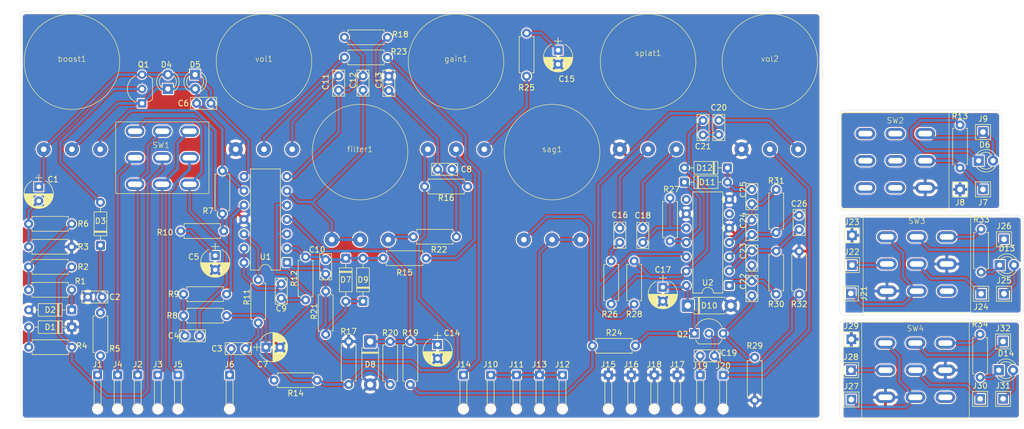
<source format=kicad_pcb>
(kicad_pcb (version 20241229) (generator "pcbnew") (generator_version "9.0")
  (layers (0 "F.Cu" signal) (2 "B.Cu" signal) (13 "F.Paste" user) (15 "B.Paste" user) (5 "F.SilkS" user "F.Silkscreen") (7 "B.SilkS" user "B.Silkscreen") (1 "F.Mask" user) (3 "B.Mask" user) (25 "Edge.Cuts" user))
  (net 0 "")
  (net 1 "/v1")
  (net 2 "/v2")
  (net 3 "/vref")
  (net 4 "Net-(D3-K)")
  (net 5 "Net-(D3-A)")
  (net 6 "Net-(D4-K)")
  (net 7 "Net-(D4-A)")
  (net 8 "Net-(D6-K)")
  (net 9 "Net-(R10-Pad2)")
  (net 10 "Net-(C1-Pad2)")
  (net 11 "Net-(J6-Pin_1)")
  (net 12 "Net-(C11-Pad2)")
  (net 13 "Net-(C4-Pad2)")
  (net 14 "Net-(C16-Pad2)")
  (net 15 "Net-(C5-Pad1)")
  (net 16 "Net-(C13-Pad2)")
  (net 17 "Net-(D7-K)")
  (net 18 "Net-(D7-A)")
  (net 19 "Net-(C9-Pad1)")
  (net 20 "Net-(C8-Pad2)")
  (net 21 "Net-(U1D--)")
  (net 22 "Net-(U1B--)")
  (net 23 "Net-(C15-Pad1)")
  (net 24 "Net-(C16-Pad1)")
  (net 25 "Net-(C18-Pad1)")
  (net 26 "Net-(C18-Pad2)")
  (net 27 "Net-(Q2-G)")
  (net 28 "Net-(C20-Pad2)")
  (net 29 "Net-(C20-Pad1)")
  (net 30 "Net-(C22-Pad2)")
  (net 31 "Net-(Q2-S)")
  (net 32 "Net-(C23-Pad2)")
  (net 33 "Net-(D11-A)")
  (net 34 "Net-(C24-Pad1)")
  (net 35 "Net-(D1-A)")
  (net 36 "Net-(D2-K)")
  (net 37 "Net-(D6-A)")
  (net 38 "/filterOut")
  (net 39 "/gainOut")
  (net 40 "Net-(J7-Pin_1)")
  (net 41 "Net-(D11-K)")
  (net 42 "Net-(R22-Pad2)")
  (net 43 "Net-(D13-K)")
  (net 44 "Net-(R25-Pad1)")
  (net 45 "Net-(R15-Pad2)")
  (net 46 "Net-(D14-K)")
  (net 47 "Net-(J1-Pin_1)")
  (net 48 "Net-(J20-Pin_1)")
  (net 49 "Net-(J22-Pin_1)")
  (net 50 "Net-(J26-Pin_1)")
  (net 51 "Net-(J14-Pin_1)")
  (net 52 "Net-(J27-Pin_1)")
  (net 53 "Net-(J28-Pin_1)")
  (net 54 "Net-(J32-Pin_1)")
  (net 55 "Net-(J19-Pin_1)")
  (net 56 "Net-(D12-A)")
  (net 57 "Net-(D13-A)")
  (net 58 "Net-(D14-A)")
  (net 59 "Net-(J24-Pin_1)")
  (net 60 "Net-(U1C-+)")
  (net 61 "/sg3")
  (net 62 "/sg2")
  (net 63 "/sg1")
  (net 64 "GND")
  (net 65 "Net-(U1D-+)")
  (net 66 "Net-(R19-Pad1)")
  (net 67 "Net-(R23-Pad2)")
  (net 68 "Net-(R33-Pad1)")
  (net 69 "Net-(R34-Pad1)")
  (net 71 "Net-(C3-Pad2)")
  (net 72 "Net-(C24-Pad2)")
  (net 73 "/b_rtn")
  (net 74 "/fx_out")
  (net 75 "/d_rtn")
  (net 76 "/b_snd")
  (net 77 "/d_snd")
  (net 78 "/fx_in")
  (net 82 "/9v")
  (net 83 "/from-drv-sw")
  (net 84 "/to-oct-sw")
  (net 85 "Net-(R1-Pad1)")
  (footprint "1_trevortjes_lib:R_1x4" (layer "F.Cu") (at 129.809 35.56 180)
    (property "Reference" "R23")
    (property "Value" "100")
  )
  (footprint "1_trevortjes_lib:CP_ELCO_1x2_S" (layer "F.Cu") (at 160.02 34.29 -90)
    (property "Reference" "C15")
    (property "Value" "100u")
  )
  (footprint "Connector_Wire:SolderWire-0.1sqmm_1x01_D0.4mm_OD1mm_Relief" (layer "F.Cu") (at 101.854 91.79)
    (property "Reference" "J6")
    (property "Value" "i1b")
  )
  (footprint "Connector_Wire:SolderWire-0.1sqmm_1x01_D0.4mm_OD1mm_Relief" (layer "F.Cu") (at 89.154 91.79)
    (property "Reference" "J3")
    (property "Value" "out")
  )
  (footprint "Package_DIP:DIP-14_W7.62mm" (layer "F.Cu") (at 190.33 75.943 180)
    (property "Reference" "U2")
    (property "Value" "4069")
  )
  (footprint "1_trevortjes_lib:C_CERAMIC_1x2" (layer "F.Cu") (at 194.31 72.35 90)
    (property "Reference" "C23")
    (property "Value" "1n")
  )
  (footprint "1_trevortjes_lib:TO-92_W" (layer "F.Cu") (at 184.15 84.431)
    (property "Reference" "Q2")
    (property "Value" "J201")
  )
  (footprint "1_trevortjes_lib:R_1x4" (layer "F.Cu") (at 129.032 71.105)
    (property "Reference" "R15")
    (property "Value" "39k")
  )
  (footprint "1_trevortjes_lib:PAD_1_std_sqr" (layer "F.Cu") (at 211.87 90.932)
    (property "Reference" "J28")
    (property "Value" "i1s")
  )
  (footprint "1_trevortjes_lib:R_1x4" (layer "F.Cu") (at 202.692 77.485 90)
    (property "Reference" "R32")
    (property "Value" "1M")
  )
  (footprint "1_trevortjes_lib:C_CERAMIC_1x2" (layer "F.Cu") (at 121.158 41.362 90)
    (property "Reference" "C11")
    (property "Value" "100n")
  )
  (footprint "1_trevortjes_lib:R_1x4" (layer "F.Cu") (at 129.809 32.004 180)
    (property "Reference" "R18")
    (property "Value" "27k")
  )
  (footprint "1_trevortjes_lib:R_1x4" (layer "F.Cu") (at 231.174 55.133 90)
    (property "Reference" "R13")
    (property "Value" "1k")
  )
  (footprint "1_trevortjes_lib:PAD_1_std_sqr" (layer "F.Cu") (at 235.238 58.928 180)
    (property "Reference" "J7")
    (property "Value" "bs")
  )
  (footprint "Connector_Wire:SolderWire-0.1sqmm_1x01_D0.4mm_OD1mm_Relief" (layer "F.Cu") (at 156.718 91.79)
    (property "Reference" "J13")
    (property "Value" "9v")
  )
  (footprint "1_mylib-footprint:3pdt" (layer "F.Cu") (at 223.52 72.136)
    (property "Reference" "SW3")
    (property "Value" "Alpha_3PDT")
  )
  (footprint "1_trevortjes_lib:TO-92_W" (layer "F.Cu") (at 86.36 43.688 90)
    (property "Reference" "Q1")
    (property "Value" "J113")
  )
  (footprint "1_trevortjes_lib:CP_ELCO_1x2_S" (layer "F.Cu") (at 138.684 86.4 -90)
    (property "Reference" "C14")
    (property "Value" "100u")
  )
  (footprint "Diode_THT:D_DO-35_SOD27_P7.62mm_Horizontal" (layer "F.Cu") (at 78.994 68.834 90)
    (property "Reference" "D3")
    (property "Value" "1N4148")
  )
  (footprint "Diode_THT:D_DO-35_SOD27_P7.62mm_Horizontal" (layer "F.Cu") (at 122.428 71.12 -90)
    (property "Reference" "D7")
    (property "Value" "1N4148")
  )
  (footprint "Diode_THT:D_DO-35_SOD27_P7.62mm_Horizontal" (layer "F.Cu") (at 125.476 78.74 90)
    (property "Reference" "D9")
    (property "Value" "1N4148")
  )
  (footprint "1_trevortjes_lib:R_1x4" (layer "F.Cu") (at 198.628 66.575 90)
    (property "Reference" "R31")
    (property "Value" "1M")
  )
  (footprint "1_trevortjes_lib:C_CERAMIC_1x2" (layer "F.Cu") (at 175.006 68.326 90)
    (property "Reference" "C18")
    (property "Value" "100n")
  )
  (footprint "1_trevortjes_lib:C_CERAMIC_1x2" (layer "F.Cu") (at 202.692 66.04 90)
    (property "Reference" "C26")
    (property "Value" "100n")
  )
  (footprint "1_trevortjes_lib:R_1x4" (layer "F.Cu") (at 136.383 58.42)
    (property "Reference" "R16")
    (property "Value" "10k")
  )
  (footprint "1_trevortjes_lib:PAD_1_std_sqr" (layer "F.Cu") (at 234.73 96.012)
    (property "Reference" "J30")
    (property "Value" "o1")
  )
  (footprint "1_trevortjes_lib:R_1x4" (layer "F.Cu") (at 106.934 82.55 90)
    (property "Reference" "R11")
    (property "Value" "100")
  )
  (footprint "Diode_THT:D_DO-35_SOD27_P7.62mm_Horizontal" (layer "F.Cu") (at 189.992 55.115 180)
    (property "Reference" "D12")
    (property "Value" "1N4148")
  )
  (footprint "Diode_THT:D_DO-35_SOD27_P7.62mm_Horizontal" (layer "F.Cu") (at 73.914 80.264 180)
    (property "Reference" "D2")
    (property "Value" "1N4148")
  )
  (footprint "1_trevortjes_lib:R_1x4" (layer "F.Cu") (at 133.858 93.472 90)
    (property "Reference" "R19")
    (property "Value" "100")
  )
  (footprint "1_trevortjes_lib:PAD_1_std_sqr" (layer "F.Cu") (at 212.033789 67.056)
    (property "Reference" "J23")
    (property "Value" "gnd")
  )
  (footprint "1_trevortjes_lib:C_CERAMIC_1x2" (layer "F.Cu") (at 185.674 46.736 -90)
    (property "Reference" "C21")
    (property "Value" "100p")
  )
  (footprint "1_trevortjes_lib:C_CERAMIC_1x2" (layer "F.Cu") (at 194.31 66.919 90)
    (property "Reference" "C24")
    (property "Value" "470p")
  )
  (footprint "1_trevortjes_lib:C_CERAMIC_1x2" (layer "F.Cu") (at 102.148 87.122)
    (property "Reference" "C3")
    (property "Value" "10n")
  )
  (footprint "1_mylib-footprint:pot-16mm-short-leg" (layer "F.Cu") (at 73.95 36.322)
    (property "Reference" "boost1")
    (property "Value" "c50k")
  )
  (footprint "1_trevortjes_lib:R_1x4" (layer "F.Cu") (at 142.001 67.31 180)
    (property "Reference" "R22")
    (property "Value" "1k")
  )
  (footprint "1_trevortjes_lib:R_1x4" (layer "F.Cu") (at 93.203 66.294)
    (property "Reference" "R10")
    (property "Value" "1k")
  )
  (footprint "Connector_Wire:SolderWire-0.1sqmm_1x01_D0.4mm_OD1mm_Relief" (layer "F.Cu") (at 189.23 91.79)
    (property "Reference" "J20")
    (property "Value" "o2b")
  )
  (footprint "1_trevortjes_lib:C_CERAMIC_1x2" (layer "F.Cu") (at 188.468 49.236 90)
    (property "Reference" "C20")
    (property "Value" "100n")
  )
  (footprint "1_trevortjes_lib:LED_3.0mm" (layer "F.Cu") (at 234.471 53.848)
    (property "Reference" "D6")
    (property "Value" "LED")
  )
  (footprint "Connector_Wire:SolderWire-0.1sqmm_1x01_D0.4mm_OD1mm_Relief" (layer "F.Cu") (at 160.782 91.79)
    (property "Reference" "J12")
    (property "Value" "9v")
  )
  (footprint "1_trevortjes_lib:CP_ELCO_1x2_S" (layer "F.Cu") (at 178.562 76.24 -90)
    (property "Reference" "C17")
    (property "Value" "100u")
  )
  (footprint "1_mylib-footprint:pot-16mm-short-leg" (layer "F.Cu") (at 124.95 52.322)
    (property "Reference" "filter1")
    (property "Value" "c50k")
  )
  (footprint "1_trevortjes_lib:R_1x4" (layer "F.Cu") (at 115.316 78.501 90)
    (property "Reference" "R12")
    (property "Value" "10k")
  )
  (footprint "1_trevortjes_lib:R_1x4" (layer "F.Cu") (at 154.432 38.877 90)
    (property "Reference" "R25")
    (property "Value" "10k")
  )
  (footprint "1_trevortjes_lib:R_1x4" (layer "F.Cu") (at 100.584 63.261 90)
    (property "Reference" "R7")
    (property "Value" "1k")
  )
  (footprint "Connector_Wire:SolderWire-0.1sqmm_1x01_D0.4mm_OD1mm_Relief" (layer "F.Cu") (at 172.974 91.79)
    (property "Reference" "J16")
    (property "Value" "gnd")
  )
  (footprint "1_trevortjes_lib:PAD_1_std_sqr" (layer "F.Cu") (at 211.9245 85.459)
    (property "Reference" "J29")
    (property "Value" "gnd")
  )
  (footprint "Connector_Wire:SolderWire-0.1sqmm_1x01_D0.4mm_OD1mm_Relief" (layer "F.Cu") (at 177.038 91.79)
    (property "Reference" "J18")
    (property "Value" "gnd")
  )
  (footprint "1_mylib-footprint:3pdt" (layer "F.Cu") (at 219.71 53.848 180)
    (property "Reference" "SW2")
    (property "Value" "Alpha_3PDT")
  )
  (footprint "1_trevortjes_lib:LED_3.0mm" (layer "F.Cu") (at 238.190789 72.325789)
    (property "Reference" "D13")
    (property "Value" "LED")
  )
  (footprint "Connector_Wire:SolderWire-0.1sqmm_1x01_D0.4mm_OD1mm_Relief" (layer "F.Cu") (at 181.102 91.79)
    (property "Reference" "J17")
    (property "Value" "gnd")
  )
  (footprint "1_trevortjes_lib:R_1x4" (layer "F.Cu") (at 93.711 77.47)
    (property "Reference" "R9")
    (property "Value" "100")
  )
  (footprint "1_mylib-footprint:3pdt" (layer "F.Cu") (at 223.266 90.932)
    (property "Reference" "SW4")
    (property "Value" "Alpha_3PDT")
  )
  (footprint "Connector_Wire:SolderWire-0.1sqmm_1x01_D0.4mm_OD1mm_Relief" (layer "F.Cu") (at 82.042 91.79)
    (property "Reference" "J4")
    (property "Value" "in")
  )
  (footprint "Connector_Wire:SolderWire-0.1sqmm_1x01_D0.4mm_OD1mm_Relief" (layer "F.Cu") (at 85.598 91.79)
    (property "Reference" "J2")
    (property "Value" "do_snd")
  )
  (footprint "1_trevortjes_lib:R_1x4" (layer "F.Cu") (at 73.929 86.868 180)
    (property "Reference" "R4")
    (property "Value" "1k")
  )
  (footprint "1_trevortjes_lib:PAD_1_std_sqr" (layer "F.Cu") (at 234.893789 77.405789 180)
    (property "Reference" "J24")
    (property "Value" "o2")
  )
  (footprint "Connector_Wire:SolderWire-0.1sqmm_1x01_D0.4mm_OD1mm_Relief" (layer "F.Cu") (at 152.654 91.79)
    (property "Reference" "J11")
    (property "Value" "9v")
  )
  (footprint "1_trevortjes_lib:R_1x4" (layer "F.Cu") (at 130.302 85.852 -90)
    (property "Reference" "R20")
    (property "Value" "10k")
  )
  (footprint "1_trevortjes_lib:R_1x4" (layer "F.Cu") (at 169.418 71.613 -90)
    (property "Reference" "R26")
    (property "Value" "10k")
  )
  (footprint "Diode_THT:D_DO-35_SOD27_P7.62mm_Horizontal" (layer "F.Cu") (at 73.914 83.312 180)
    (property "Reference" "D1")
    (property "Value" "1N4148")
  )
  (footprint "1_trevortjes_lib:R_1x4" (layer "F.Cu") (at 66.279 65.024)
    (property "Reference" "R6")
    (property "Value" "1k")
  )
  (footprint "1_trevortjes_lib:C_CERAMIC_1x2" (layer "F.Cu") (at 118.872 71.374 -90)
    (property "Reference" "C10")
    (property "Value" "100p")
  )
  (footprint "1_trevortjes_lib:PAD_1_std_sqr" (layer "F.Cu") (at 238.794 85.852)
    (property "Reference" "J32")
    (property "Value" "o1s")
  )
  (footprint "1_mylib-footprint:pot-16mm-short-leg" (layer "F.Cu") (at 158.95 52.322)
    (property "Reference" "sag1")
    (property "Value" "10k")
  )
  (footprint "1_trevortjes_lib:LED_3.0mm" (layer "F.Cu") (at 238.027 90.932)
    (property "Reference" "D14")
    (property "Value" "LED")
  )
  (footprint "Diode_THT:D_DO-35_SOD27_P7.62mm_Horizontal" (layer "F.Cu") (at 182.372 57.655)
    (property "Reference" "D11")
    (property "Value" "1N4148")
  )
  (footprint "1_trevortjes_lib:LED_3.0mm" (layer "F.Cu") (at 95.758 38.603 -90)
    (property "Reference" "D5")
    (property "Value" "LED")
  )
  (footprint "Connector_Wire:SolderWire-0.1sqmm_1x01_D0.4mm_OD1mm_Relief" (layer "F.Cu") (at 168.91 91.79)
    (property "Reference" "J15")
    (property "Value" "gnd")
  )
  (footprint "Diode_THT:D_DO-41_SOD81_P7.62mm_Horizontal" (layer "F.Cu") (at 126.746 85.852 -90)
    (property "Reference" "D8")
    (property "Value" "1N4001")
  )
  (footprint "Connector_Wire:SolderWire-0.1sqmm_1x01_D0.4mm_OD1mm_Relief" (layer "F.Cu") (at 78.486 91.79)
    (property "Reference" "J1")
    (property "Value" "bs")
  )
  (footprint "1_trevortjes_lib:R_1x4" (layer "F.Cu") (at 118.872 84.597 90)
    (property "Reference" "R21")
    (property "Value" "10k")
  )
  (footprint "1_trevortjes_lib:R_1x4" (layer "F.Cu") (at 173.482 71.613 -90)
    (property "Reference" "R28")
    (property "Value" "51k")
  )
  (footprint "1_trevortjes_lib:R_1x4" (layer "F.Cu") (at 66.279 72.644)
    (property "Reference" "R2")
    (property "Value" "1k")
  )
  (footprint "1_trevortjes_lib:R_1x4" (layer "F.Cu") (at 179.832 68.072 90)
    (property "Reference" "R27")
    (property "Value" "10k")
  )
  (footprint "1_trevortjes_lib:R_1x4" (layer "F.Cu") (at 93.711 81.28)
    (property "Reference" "R8")
    (property "Value" "1M")
  )
  (footprint "Connector_Wire:SolderWire-0.1sqmm_1x01_D0.4mm_OD1mm_Relief" (layer "F.Cu") (at 92.71 91.79)
    (property "Reference" "J5")
    (property "Value" "do_rtn")
  )
  (footprint "1_trevortjes_lib:PAD_1_std_sqr" (layer "F.Cu") (at 231.174 58.928 180)
    (property "Reference" "J8")
    (property "Value" "gnd")
  )
  (footprint "1_trevortjes_lib:PAD_1_std_sqr" (layer "F.Cu") (at 238.957789 67.753789)
    (property "Reference" "J26")
    (property "Value" "o2s")
  )
  (footprint "1_trevortjes_lib:R_1x4" (layer "F.Cu") (at 234.73 84.567 -90)
    (property "Reference" "R34")
    (property "Value" "1k")
  )
  (footprint "1_trevortjes_lib:C_CERAMIC_1x2" (layer "F.Cu") (at 110.998 78.192 90)
    (property "Reference" "C9")
    (property "Value" "100n")
  )
  (footprint "1_mylib-footprint:pot-16mm-short-leg" (layer "F.Cu") (at 197.502 36.322)
    (property "Reference" "vol2")
    (property "Value" "a10k")
  )
  (footprint "1_trevortjes_lib:C_CERAMIC_1x2" (layer "F.Cu") (at 96.52 84.836 180)
    (property "Reference" "C4")
    (property "Value" "10n")
  )
  (footprint "1_trevortjes_lib:R_1x4" (layer "F.Cu") (at 78.994 80.757 -90)
    (property "Reference" "R5")
    (property "Value" "100k")
  )
  (footprint "1_trevortjes_lib:CP_ELCO_1x2_S" (layer "F.Cu") (at 99.314 70.652 -90)
    (property "Reference" "C5")
    (property "Value" "1u")
  )
  (footprint "1_trevortjes_lib:C_CERAMIC_1x2" (layer "F.Cu") (at 130.048 38.902 -90)
    (property "Reference" "C13")
    (property "Value" "100n")
  )
  (footprint "1_trevortjes_lib:C_CERAMIC_1x2" (layer "F.Cu") (at 96.012 43.688)
    (property "Reference" "C6")
    (property "Value" "3.3n")
  )
  (footprint "1_trevortjes_lib:R_1x4" (layer "F.Cu") (at 122.936 93.472 90)
    (property "Reference" "R17")
    (property "Value" "10k")
  )
  (footprint "1_trevortjes_lib:CP_ELCO_1x2_S" (layer "F.Cu") (at 68.072 58.46 -90)
    (property "Reference" "C1")
    (property "Value" "1u")
  )
  (footprint "1_trevortjes_lib:C_CERAMIC_1x2" (layer "F.Cu") (at 138.684 55.372)
    (property "Reference" "C8")
    (property "Value" "100n")
  )
  (footprint "1_trevortjes_lib:R_1x4" (layer "F.Cu") (at 234.893789 65.960789 -90)
    (property "Reference" "R33")
    (property "Value" "1k")
  )
  (footprint "1_trevortjes_lib:R_1x4" (layer "F.Cu") (at 66.279 69.088)
    (property "Reference" "R3")
    (property "Value" "100k")
  )
  (footprint "Package_DIP:DIP-14_W7.62mm" (layer "F.Cu") (at 112.014 71.882 180)
    (property "Reference" "U1")
    (property "Value" "TL074")
  )
  (footprint "1_trevortjes_lib:C_CERAMIC_1x2" (layer "F.Cu") (at 170.942 65.786 -90)
    (property "Reference" "C16")
    (property "Value" "100n")
  )
  (footprint "1_trevortjes_lib:PAD_1_std_sqr" (layer "F.Cu") (at 238.957789 77.405789)
    (property "Reference" "J25")
    (property "Value" "9v")
  )
  (footprint "1_trevortjes_lib:C_CERAMIC_1x2" (layer "F.Cu") (at 194.31 77.724 90)
    (property "Reference" "C22")
    (property "Value" "100n")
  )
  (footprint "1_trevortjes_lib:C_CERAMIC_1x2" (layer "F.Cu") (at 76.748 77.978)
    (property "Reference" "C2")
    (property "Value" "3.3n")
  )
  (footprint "1_mylib-footprint:pot-16mm-short-leg" (layer "F.Cu") (at 107.95 36.322)
    (property "Reference" "vol1")
    (property "Value" "a10k")
  )
  (footprint "1_trevortjes_lib:C_CERAMIC_1x2" (layer "F.Cu") (at 125.476 41.362 90)
    (property "Reference" "C12")
    (property "Value" "470p")
  )
  (footprint "1_trevortjes_lib:R_1x4" (layer "F.Cu") (at 166.101 86.614)
    (property "Reference" "R24")
    (property "Value" "1k")
  )
  (footprint "1_mylib-footprint:pot-16mm-short-leg" (layer "F.Cu") (at 175.95 36.322)
    (property "Reference" "splat1")
    (property "Value" "a10k")
  )
  (footprint "Diode_THT:D_DO-41_SOD81_P7.62mm_Horizontal" (layer "F.Cu") (at 182.964 79.499)
    (property "Reference" "D10")
    (property "Value" "1N4001")
  )
  (footprint "1_trevortjes_lib:PAD_1_std_sqr" (layer "F.Cu") (at 212.033789 72.325789)
    (property "Reference" "J22")
    (property "Value" "i2s")
  )
  (footprint "1_trevortjes_lib:C_CERAMIC_1x2" (layer "F.Cu") (at 194.31 61.468 90)
    (property "Reference" "C25")
    (property "Value" "100n")
  )
  (footprint "1_trevortjes_lib:PAD_1_std_sqr" (layer "F.Cu") (at 211.836 77.343 -90)
    (property "Reference" "J21")
    (property "Value" "i2")
  )
  (footprint "Connector_Wire:SolderWire-0.1sqmm_1x01_D0.4mm_OD1mm_Relief" (layer "F.Cu") (at 143.256 91.79)
    (property "Reference" "J14")
    (property "Value" "o1b")
  )
  (footprint "Connector_Wire:SolderWire-0.1sqmm_1x01_D0.4mm_OD1mm_Relief" (layer "F.Cu") (at 148.082 91.79)
    (property "Reference" "J10")
    (property "Value" "9v")
  )
  (footprint "1_trevortjes_lib:CP_ELCO_1x2_S" (layer "F.Cu") (at 108.2875 86.868)
    (property "Reference" "C7")
    (property "Value" "100u")
  )
  (footprint "1_trevortjes_lib:PAD_1_std_sqr" (layer "F.Cu") (at 238.794 96.012)
    (property "Reference" "J31")
    (property "Value" "9v")
  )
  (footprint "1_trevortjes_lib:PAD_1_std_sqr" (layer "F.Cu") (at 211.9245 96.127)
    (property "Reference" "J27")
    (property "Value" "i1")
  )
  (footprint "1_trevortjes_lib:R_1x4" (layer "F.Cu") (at 66.279 76.708)
    (property "Reference" "R1")
    (property "Value" "1k")
  )
  (footprint "1_trevortjes_lib:PAD_1_std_sqr" (layer "F.Cu") (at 235.238 48.768)
    (property "Reference" "J9")
    (property "Value" "9v")
  )
  (footprint "1_trevortjes_lib:R_1x4" (layer "F.Cu") (at 198.628 77.482 90)
    (property "Reference" "R30")
    (property "Value" "100k")
  )
  (footprint "1_trevortjes_lib:R_1x4" (layer "F.Cu") (at 194.818 88.646 -90)
    (property "Reference" "R29")
    (property "Value" "10k")
  )
  (footprint "1_trevortjes_lib:LED_3.0mm" (layer "F.Cu") (at 90.932 41.143 90)
    (property "Reference" "D4")
    (property "Value" "LED")
  )
  (footprint "1_mylib-footprint:3pdt-toggle" (layer "F.Cu") (at 89.95 53.322)
    (property "Reference" "SW1")
    (property "Value" "3pdt")
  )
  (footprint "1_trevortjes_lib:R_1x4" (layer "F.Cu") (at 117.363 92.71 180)
    (property "Reference" "R14")
    (property "Value" "1M")
  )
  (footprint "1_trevortjes_lib:C_CERAMIC_1x2" (layer "F.Cu") (at 185.166 88.392)
    (property "Reference" "C19")
    (property "Value" "10n")
  )
  (footprint "1_mylib-footprint:pot-16mm-short-leg" (layer "F.Cu") (at 141.95 36.322)
    (property "Reference" "gain1")
    (property "Value" "c50k")
  )
  (footprint "Connector_Wire:SolderWire-0.1sqmm_1x01_D0.4mm_OD1mm_Relief" (layer "F.Cu") (at 185.166 91.79)
    (property "Reference" "J19")
    (property "Value" "i2b")
  )
  (gr_arc (start 209.852893 83.016) (mid 210.145786 82.308891) (end 210.852893 82.016) (stroke (width 0.05)) (layer "Edge.Cuts"))
  (gr_line (start 65.77 27.432) (end 205.756 27.432) (stroke (width 0.05)) (layer "Edge.Cuts"))
  (gr_line (start 209.886 80.228) (end 209.886 64.448) (stroke (width 0.05)) (layer "Edge.Cuts"))
  (gr_arc (start 238.588 61.712) (mid 238.295107 62.419107) (end 237.588 62.712) (stroke (width 0.05)) (layer "Edge.Cuts"))
  (gr_line (start 209.852893 98.796) (end 209.852893 83.016) (stroke (width 0.05)) (layer "Edge.Cuts"))
  (gr_arc (start 237.588 44.932) (mid 238.295107 45.224893) (end 238.588 45.932) (stroke (width 0.05)) (layer "Edge.Cuts"))
  (gr_line (start 206.756 28.432) (end 206.756 98.822) (stroke (width 0.05)) (layer "Edge.Cuts"))
  (gr_arc (start 209.886 64.448) (mid 210.178893 63.740893) (end 210.886 63.448) (stroke (width 0.05)) (layer "Edge.Cuts"))
  (gr_arc (start 210.852893 99.796) (mid 210.145791 99.503104) (end 209.852893 98.796) (stroke (width 0.05)) (layer "Edge.Cuts"))
  (gr_arc (start 241.398 63.448) (mid 242.105107 63.740893) (end 242.398 64.448) (stroke (width 0.05)) (layer "Edge.Cuts"))
  (gr_arc (start 205.756 27.432) (mid 206.463107 27.724893) (end 206.756 28.432) (stroke (width 0.05)) (layer "Edge.Cuts"))
  (gr_line (start 205.756 99.822) (end 65.77 99.822) (stroke (width 0.05)) (layer "Edge.Cuts"))
  (gr_arc (start 210.886 81.228) (mid 210.178893 80.935107) (end 209.886 80.228) (stroke (width 0.05)) (layer "Edge.Cuts"))
  (gr_line (start 237.588 62.712) (end 210.632 62.712) (stroke (width 0.05)) (layer "Edge.Cuts"))
  (gr_line (start 64.77 98.822) (end 64.77 28.432) (stroke (width 0.05)) (layer "Edge.Cuts"))
  (gr_line (start 241.398 81.228) (end 210.886 81.228) (stroke (width 0.05)) (layer "Edge.Cuts"))
  (gr_arc (start 210.632 62.712) (mid 209.924893 62.419107) (end 209.632 61.712) (stroke (width 0.05)) (layer "Edge.Cuts"))
  (gr_line (start 210.632 44.932) (end 237.588 44.932) (stroke (width 0.05)) (layer "Edge.Cuts"))
  (gr_arc (start 64.77 28.432) (mid 65.062893 27.724893) (end 65.77 27.432) (stroke (width 0.05)) (layer "Edge.Cuts"))
  (gr_line (start 242.398 64.448) (end 242.398 80.228) (stroke (width 0.05)) (layer "Edge.Cuts"))
  (gr_line (start 242.072 83.016) (end 242.072 98.796) (stroke (width 0.05)) (layer "Edge.Cuts"))
  (gr_line (start 210.852893 82.016) (end 241.072 82.016) (stroke (width 0.05)) (layer "Edge.Cuts"))
  (gr_arc (start 242.398 80.228) (mid 242.105107 80.935107) (end 241.398 81.228) (stroke (width 0.05)) (layer "Edge.Cuts"))
  (gr_line (start 238.588 45.932) (end 238.588 61.712) (stroke (width 0.05)) (layer "Edge.Cuts"))
  (gr_arc (start 241.072 82.016) (mid 241.779107 82.308893) (end 242.072 83.016) (stroke (width 0.05)) (layer "Edge.Cuts"))
  (gr_arc (start 65.77 99.822) (mid 65.062893 99.529107) (end 64.77 98.822) (stroke (width 0.05)) (layer "Edge.Cuts"))
  (gr_arc (start 242.072 98.796) (mid 241.779107 99.503107) (end 241.072 99.796) (stroke (width 0.05)) (layer "Edge.Cuts"))
  (gr_line (start 241.072 99.796) (end 210.852893 99.796) (stroke (width 0.05)) (layer "Edge.Cuts"))
  (gr_arc (start 209.632 45.932) (mid 209.924893 45.224893) (end 210.632 44.932) (stroke (width 0.05)) (layer "Edge.Cuts"))
  (gr_line (start 210.886 63.448) (end 241.398 63.448) (stroke (width 0.05)) (layer "Edge.Cuts"))
  (gr_arc (start 206.756 98.822) (mid 206.463107 99.529107) (end 205.756 99.822) (stroke (width 0.05)) (layer "Edge.Cuts"))
  (gr_line (start 209.632 61.712) (end 209.632 45.932) (stroke (width 0.05)) (layer "Edge.Cuts"))
  (segment (start 184.15 84.431) (end 175.904 84.431) (width 0.5) (layer "B.Cu") (net 1))
  (segment (start 182.413 76.24) (end 182.71 75.943) (width 0.5) (layer "B.Cu") (net 1))
  (segment (start 182.964 79.499) (end 182.964 76.197) (width 0.5) (layer "B.Cu") (net 1))
  (segment (start 175.904 84.431) (end 173.721 86.614) (width 0.5) (layer "B.Cu") (net 1))
  (segment (start 184.15 84.431) (end 184.15 80.685) (width 0.5) (layer "B.Cu") (net 1))
  (segment (start 178.562 76.24) (end 182.413 76.24) (width 0.5) (layer "B.Cu") (net 1))
  (segment (start 182.964 76.197) (end 182.71 75.943) (width 0.5) (layer "B.Cu") (net 1))
  (segment (start 184.15 80.685) (end 182.964 79.499) (width 0.5) (layer "B.Cu") (net 1))
  (segment (start 138.136 85.852) (end 138.684 86.4) (width 0.5) (layer "B.Cu") (net 2))
  (segment (start 130.302 85.852) (end 133.858 85.852) (width 0.5) (layer "B.Cu") (net 2))
  (segment (start 112.014 64.262) (end 113.03 64.262) (width 0.5) (layer "B.Cu") (net 2))
  (segment (start 118.622 69.854) (end 129.550182 69.854) (width 0.5) (layer "B.Cu") (net 2))
  (segment (start 133.858 85.852) (end 138.136 85.852) (width 0.5) (layer "B.Cu") (net 2))
  (segment (start 129.550182 69.854) (end 133.858 74.161818) (width 0.5) (layer "B.Cu") (net 2))
  (segment (start 133.858 74.161818) (end 133.858 85.852) (width 0.5) (layer "B.Cu") (net 2))
  (segment (start 113.03 64.262) (end 118.622 69.854) (width 0.5) (layer "B.Cu") (net 2))
  (segment (start 126.746 85.852) (end 130.302 85.852) (width 0.5) (layer "B.Cu") (net 2))
  (segment (start 125.73 90.678) (end 127.508 90.678) (width 0.5) (layer "B.Cu") (net 3))
  (segment (start 112.001818 73.647818) (end 115.604 77.25) (width 0.5) (layer "B.Cu") (net 3))
  (segment (start 122.936 93.472) (end 125.73 90.678) (width 0.5) (layer "B.Cu") (net 3))
  (segment (start 115.834182 77.25) (end 116.567 77.982818) (width 0.5) (layer "B.Cu") (net 3))
  (segment (start 117.856 92.71) (end 118.618 93.472) (width 0.5) (layer "B.Cu") (net 3))
  (segment (start 113.03 92.71) (end 117.363 92.71) (width 0.5) (layer "B.Cu") (net 3))
  (segment (start 108.718182 86.868) (end 108.2875 86.868) (width 0.5) (layer "B.Cu") (net 3))
  (segment (start 108.2875 86.868) (end 108.2875 87.9675) (width 0.5) (layer "B.Cu") (net 3))
  (segment (start 110.236 73.647818) (end 112.001818 73.647818) (width 0.5) (layer "B.Cu") (net 3))
  (segment (start 117.363 92.71) (end 117.856 92.71) (width 0.5) (layer "B.Cu") (net 3))
  (segment (start 127.508 90.678) (end 130.302 93.472) (width 0.5) (layer "B.Cu") (net 3))
  (segment (start 118.618 93.472) (end 122.936 93.472) (width 0.5) (layer "B.Cu") (net 3))
  (segment (start 115.604 77.25) (end 115.834182 77.25) (width 0.5) (layer "B.Cu") (net 3))
  (segment (start 107.433182 81.28) (end 108.2875 82.134318) (width 0.5) (layer "B.Cu") (net 3))
  (segment (start 116.567 77.982818) (end 116.567 79.019182) (width 0.5) (layer "B.Cu") (net 3))
  (segment (start 116.567 79.019182) (end 108.718182 86.868) (width 0.5) (layer "B.Cu") (net 3))
  (segment (start 112.014 61.722) (end 110.236 61.722) (width 0.5) (layer "B.Cu") (net 3))
  (segment (start 110.236 61.722) (end 110.236 66.548) (width 0.5) (layer "B.Cu") (net 3))
  (segment (start 108.2875 87.9675) (end 113.03 92.71) (width 0.5) (layer "B.Cu") (net 3))
  (segment (start 110.236 66.548) (end 110.236 66.802) (width 0.5) (layer "B.Cu") (net 3))
  (segment (start 108.2875 82.134318) (end 108.2875 86.868) (width 0.5) (layer "B.Cu") (net 3))
  (segment (start 101.331 81.28) (end 107.433182 81.28) (width 0.5) (layer "B.Cu") (net 3))
  (segment (start 112.014 66.802) (end 110.236 66.802) (width 0.5) (layer "B.Cu") (net 3))
  (segment (start 110.236 66.802) (end 110.236 73.647818) (width 0.5) (layer "B.Cu") (net 3))
  (segment (start 78.994 77.684) (end 79.288 77.978) (width 0.5) (layer "B.Cu") (net 4))
  (segment (start 78.994 68.834) (end 78.994 77.684) (width 0.5) (layer "B.Cu") (net 4))
  (segment (start 79.288 77.978) (end 79.288 80.463) (width 0.5) (layer "B.Cu") (net 4))
  (segment (start 79.288 80.463) (end 78.994 80.757) (width 0.5) (layer "B.Cu") (net 4))
  (segment (start 71.882 54.102) (end 78.994 61.214) (width 0.5) (layer "B.Cu") (net 5))
  (segment (start 86.36 41.148) (end 81.28 41.148) (width 0.5) (layer "B.Cu") (net 5))
  (segment (start 81.28 41.148) (end 71.882 50.546) (width 0.5) (layer "B.Cu") (net 5))
  (segment (start 71.882 50.546) (end 71.882 54.102) (width 0.5) (layer "B.Cu") (net 5))
  (segment (start 95.758 41.143) (end 90.932 41.143) (width 0.5) (layer "B.Cu") (net 6))
  (segment (start 100.584 55.641) (end 100.853 55.641) (width 0.5) (layer "B.Cu") (net 6))
  (segment (start 96.012 41.397) (end 95.758 41.143) (width 0.5) (layer "B.Cu") (net 6))
  (segment (start 96.012 43.688) (end 96.012 41.397) (width 0.5) (layer "B.Cu") (net 6))
  (segment (start 82.084 43.688) (end 73.95 51.822) (width 0.5) (layer "B.Cu") (net 6))
  (segment (start 90.932 41.143) (end 88.905 41.143) (width 0.5) (layer "B.Cu") (net 6))
  (segment (start 86.36 43.688) (end 82.084 43.688) (width 0.5) (layer "B.Cu") (net 6))
  (segment (start 100.584 55.641) (end 100.584 48.26) (width 0.5) (layer "B.Cu") (net 6))
  (segment (start 100.584 48.26) (end 96.012 43.688) (width 0.5) (layer "B.Cu") (net 6))
  (segment (start 88.905 41.143) (end 86.36 43.688) (width 0.5) (layer "B.Cu") (net 6))
  (segment (start 73.914 51.858) (end 73.95 51.822) (width 0.5) (layer "B.Cu") (net 6))
  (segment (start 100.853 55.641) (end 104.394 59.182) (width 0.5) (layer "B.Cu") (net 6))
  (segment (start 90.927 38.608) (end 90.932 38.603) (width 0.5) (layer "B.Cu") (net 7))
  (segment (start 105.193999 55.842001) (end 105.193999 50.329999) (width 0.5) (layer "B.Cu") (net 7))
  (segment (start 95.758 38.603) (end 98.552 41.397) (width 0.5) (layer "B.Cu") (net 7))
  (segment (start 98.552 41.397) (end 98.552 43.688) (width 0.5) (layer "B.Cu") (net 7))
  (segment (start 68.95 51.822) (end 82.164 38.608) (width 0.5) (layer "B.Cu") (net 7))
  (segment (start 104.394 56.642) (end 105.193999 55.842001) (width 0.5) (layer "B.Cu") (net 7))
  (segment (start 86.36 38.608) (end 90.927 38.608) (width 0.5) (layer "B.Cu") (net 7))
  (segment (start 82.164 38.608) (end 86.36 38.608) (width 0.5) (layer "B.Cu") (net 7))
  (segment (start 68.95 57.582) (end 68.072 58.46) (width 0.5) (layer "B.Cu") (net 7))
  (segment (start 68.95 51.822) (end 68.95 57.582) (width 0.5) (layer "B.Cu") (net 7))
  (segment (start 105.193999 50.329999) (end 98.552 43.688) (width 0.5) (layer "B.Cu") (net 7))
  (segment (start 90.932 38.603) (end 95.758 38.603) (width 0.5) (layer "B.Cu") (net 7))
  (segment (start 231.174 47.513) (end 230.374001 46.713001) (width 0.5) (layer "B.Cu") (net 8))
  (segment (start 222.559 49.752577) (end 224.953423 52.147) (width 0.5) (layer "B.Cu") (net 8))
  (segment (start 224.953423 52.147) (end 232.77 52.147) (width 0.5) (layer "B.Cu") (net 8))
  (segment (start 222.559 48.343423) (end 222.559 49.752577) (width 0.5) (layer "B.Cu") (net 8))
  (segment (start 232.77 52.147) (end 234.471 53.848) (width 0.5) (layer "B.Cu") (net 8))
  (segment (start 224.189422 46.713001) (end 222.559 48.343423) (width 0.5) (layer "B.Cu") (net 8))
  (segment (start 230.374001 46.713001) (end 224.189422 46.713001) (width 0.5) (layer "B.Cu") (net 8))
  (segment (start 100.584 63.261) (end 100.584 66.055) (width 0.5) (layer "B.Cu") (net 9))
  (segment (start 78.95 51.822) (end 78.95 50.336) (width 0.5) (layer "B.Cu") (net 9))
  (segment (start 99.333 48.533) (end 99.333 62.01) (width 0.5) (layer "B.Cu") (net 9))
  (segment (start 99.333 62.01) (end 100.584 63.261) (width 0.5) (layer "B.Cu") (net 9))
  (segment (start 100.584 66.055) (end 100.823 66.294) (width 0.5) (layer "B.Cu") (net 9))
  (segment (start 95.758 44.958) (end 99.333 48.533) (width 0.5) (layer "B.Cu") (net 9))
  (segment (start 84.328 44.958) (end 95.758 44.958) (width 0.5) (layer "B.Cu") (net 9))
  (segment (start 78.95 50.336) (end 84.328 44.958) (width 0.5) (layer "B.Cu") (net 9))
  (segment (start 66.279 65.024) (end 66.279 62.753) (width 0.5) (layer "B.Cu") (net 10))
  (segment (start 66.279 69.088) (end 66.279 65.024) (width 0.5) (layer "B.Cu") (net 10))
  (segment (start 66.279 62.753) (end 68.072 60.96) (width 0.5) (layer "B.Cu") (net 10))
  (segment (start 102.148 87.122) (end 102.148 91.496) (width 0.5) (layer "B.Cu") (net 11))
  (segment (start 102.148 91.496) (end 101.854 91.79) (width 0.5) (layer "B.Cu") (net 11))
  (segment (start 112.95 47.03) (end 121.158 38.822) (width 0.5) (layer "B.Cu") (net 12))
  (segment (start 112.95 51.822) (end 112.95 47.03) (width 0.5) (layer "B.Cu") (net 12))
  (segment (start 93.711 77.47) (end 93.711 81.28) (width 0.5) (layer "B.Cu") (net 13))
  (segment (start 93.711 81.28) (end 93.711 84.567) (width 0.5) (layer "B.Cu") (net 13))
  (segment (start 93.711 84.567) (end 93.98 84.836) (width 0.5) (layer "B.Cu") (net 13))
  (segment (start 169.418 69.85) (end 170.942 68.326) (width 0.5) (layer "B.Cu") (net 14))
  (segment (start 169.418 71.613) (end 169.418 69.85) (width 0.5) (layer "B.Cu") (net 14))
  (segment (start 93.203 66.294) (end 94.956 66.294) (width 0.5) (layer "B.Cu") (net 15))
  (segment (start 94.956 66.294) (end 99.314 70.652) (width 0.5) (layer "B.Cu") (net 15))
  (segment (start 129.809 32.004) (end 127.762 34.051) (width 0.5) (layer "B.Cu") (net 16))
  (segment (start 142.001 58.689) (end 138.684 55.372) (width 0.5) (layer "B.Cu") (net 16))
  (segment (start 130.048 41.442) (end 138.684 50.078) (width 0.5) (layer "B.Cu") (net 16))
  (segment (start 142.001 67.31) (end 142.001 58.689) (width 0.5) (layer "B.Cu") (net 16))
  (segment (start 129.326 41.442) (end 130.048 41.442) (width 0.5) (layer "B.Cu") (net 16))
  (segment (start 127.762 39.878) (end 129.326 41.442) (width 0.5) (layer "B.Cu") (net 16))
  (segment (start 138.684 50.078) (end 138.684 55.372) (width 0.5) (layer "B.Cu") (net 16))
  (segment (start 127.762 34.051) (end 127.762 39.878) (width 0.5) (layer "B.Cu") (net 16))
  (segment (start 112.014 69.342) (end 113.777 69.342) (width 0.5) (layer "B.Cu") (net 17))
  (segment (start 113.777 69.342) (end 115.316 70.881) (width 0.5) (layer "B.Cu") (net 17))
  (segment (start 115.316 70.881) (end 118.379 70.881) (width 0.5) (layer "B.Cu") (net 17))
  (segment (start 129.017 71.12) (end 129.032 71.105) (width 0.5) (layer "B.Cu") (net 17))
  (segment (start 118.872 71.374) (end 122.174 71.374) (width 0.5) (layer "B.Cu") (net 17))
  (segment (start 122.428 71.12) (end 125.476 71.12) (width 0.5) (layer "B.Cu") (net 17))
  (segment (start 125.476 71.12) (end 129.017 71.12) (width 0.5) (layer "B.Cu") (net 17))
  (segment (start 118.379 70.881) (end 118.872 71.374) (width 0.5) (layer "B.Cu") (net 17))
  (segment (start 122.174 71.374) (end 122.428 71.12) (width 0.5) (layer "B.Cu") (net 17))
  (segment (start 122.428 78.74) (end 125.476 78.74) (width 0.5) (layer "B.Cu") (net 18))
  (segment (start 118.872 83.82) (end 122.428 80.264) (width 0.5) (layer "B.Cu") (net 18))
  (segment (start 118.872 84.597) (end 118.872 83.82) (width 0.5) (layer "B.Cu") (net 18))
  (segment (start 122.428 80.264) (end 122.428 78.74) (width 0.5) (layer "B.Cu") (net 18))
  (segment (start 111.307 78.501) (end 110.998 78.192) (width 0.5) (layer "B.Cu") (net 19))
  (segment (start 115.316 78.501) (end 111.307 78.501) (width 0.5) (layer "B.Cu") (net 19))
  (segment (start 141.224 55.641) (end 144.003 58.42) (width 0.5) (layer "B.Cu") (net 20))
  (segment (start 141.224 55.372) (end 141.224 55.641) (width 0.5) (layer "B.Cu") (net 20))
  (segment (start 104.394 69.342) (end 104.394 71.882) (width 0.5) (layer "B.Cu") (net 21))
  (segment (start 106.686817 76.451999) (end 110.198001 76.451999) (width 0.5) (layer "B.Cu") (net 21))
  (segment (start 104.394 71.882) (end 104.394 74.159182) (width 0.5) (layer "B.Cu") (net 21))
  (segment (start 104.394 74.159182) (end 106.686817 76.451999) (width 0.5) (layer "B.Cu") (net 21))
  (segment (start 110.198001 76.451999) (end 110.998 75.652) (width 0.5) (layer "B.Cu") (net 21))
  (segment (start 116.632546 61.149) (end 116.332 61.149) (width 0.5) (layer "B.Cu") (net 22))
  (segment (start 119.95 67.822) (end 119.95 64.767) (width 0.5) (layer "B.Cu") (net 22))
  (segment (start 116.332 61.149) (end 113.981 61.149) (width 0.5) (layer "B.Cu") (net 22))
  (segment (start 119.95 64.767) (end 116.332 61.149) (width 0.5) (layer "B.Cu") (net 22))
  (segment (start 125.476 52.305546) (end 116.632546 61.149) (width 0.5) (layer "B.Cu") (net 22))
  (segment (start 125.476 41.362) (end 125.476 52.305546) (width 0.5) (layer "B.Cu") (net 22))
  (segment (start 113.981 61.149) (end 112.014 59.182) (width 0.5) (layer "B.Cu") (net 22))
  (segment (start 124.95 67.822) (end 119.95 67.822) (width 0.5) (layer "B.Cu") (net 22))
  (segment (start 156.987 31.257) (end 160.02 34.29) (width 0.5) (layer "B.Cu") (net 23))
  (segment (start 154.432 31.257) (end 156.987 31.257) (width 0.5) (layer "B.Cu") (net 23))
  (segment (start 170.942 56.83) (end 175.95 51.822) (width 0.5) (layer "B.Cu") (net 24))
  (segment (start 170.942 65.786) (end 170.942 56.83) (width 0.5) (layer "B.Cu") (net 24))
  (segment (start 179.832 65.529) (end 179.578 65.783) (width 0.5) (layer "B.Cu") (net 25))
  (segment (start 179.832 60.452) (end 179.832 65.529) (width 0.5) (layer "B.Cu") (net 25))
  (segment (start 175.006 68.326) (end 177.549 65.783) (width 0.5) (layer "B.Cu") (net 25))
  (segment (start 179.578 65.783) (end 182.71 65.783) (width 0.5) (layer "B.Cu") (net 25))
  (segment (start 177.549 65.783) (end 182.71 65.783) (width 0.5) (layer "B.Cu") (net 25))
  (segment (start 175.006 65.786) (end 175.006 57.766) (width 0.5) (layer "B.Cu") (net 26))
  (segment (start 175.006 57.766) (end 180.95 51.822) (width 0.5) (layer "B.Cu") (net 26))
  (segment (start 187.706 88.392) (end 187.706 85.447) (width 0.5) (layer "B.Cu") (net 27))
  (segment (start 187.706 85.447) (end 186.69 84.431) (width 0.5) (layer "B.Cu") (net 27))
  (segment (start 189.211 89.897) (end 195.336182 89.897) (width 0.5) (layer "B.Cu") (net 27))
  (segment (start 201.422 78.755) (end 202.692 77.485) (width 0.5) (layer "B.Cu") (net 27))
  (segment (start 187.706 88.392) (end 189.211 89.897) (width 0.5) (layer "B.Cu") (net 27))
  (segment (start 201.422 83.811182) (end 201.422 78.755) (width 0.5) (layer "B.Cu") (net 27))
  (segment (start 195.336182 89.897) (end 201.422 83.811182) (width 0.5) (layer "B.Cu") (net 27))
  (segment (start 188.468 46.696) (end 197.376 46.696) (width 0.5) (layer "B.Cu") (net 28))
  (segment (start 197.376 46.696) (end 202.502 51.822) (width 0.5) (layer "B.Cu") (net 28))
  (segment (start 167.132 58.166) (end 179.813 45.485) (width 0.5) (layer "B.Cu") (net 29))
  (segment (start 187.217 47.985) (end 188.468 49.236) (width 0.5) (layer "B.Cu") (net 29))
  (segment (start 182.71 70.863) (end 182.209 70.362) (width 0.5) (layer "B.Cu") (net 29))
  (segment (start 172.963818 70.362) (end 167.379818 75.946) (width 0.5) (layer "B.Cu") (net 29))
  (segment (start 173.482 79.233) (end 171.181 81.534) (width 0.5) (layer "B.Cu") (net 29))
  (segment (start 167.132 75.946) (end 167.132 75.177818) (width 0.5) (layer "B.Cu") (net 29))
  (segment (start 167.132 79.756) (end 167.132 75.177818) (width 0.5) (layer "B.Cu") (net 29))
  (segment (start 167.132 75.177818) (end 167.132 58.166) (width 0.5) (layer "B.Cu") (net 29))
  (segment (start 185.714 49.236) (end 185.674 49.276) (width 0.5) (layer "B.Cu") (net 29))
  (segment (start 171.181 81.534) (end 168.91 81.534) (width 0.5) (layer "B.Cu") (net 29))
  (segment (start 179.813 45.485) (end 186.192182 45.485) (width 0.5) (layer "B.Cu") (net 29))
  (segment (start 167.379818 75.946) (end 167.132 75.946) (width 0.5) (layer "B.Cu") (net 29))
  (segment (start 188.468 49.236) (end 185.714 49.236) (width 0.5) (layer "B.Cu") (net 29))
  (segment (start 182.209 70.362) (end 172.963818 70.362) (width 0.5) (layer "B.Cu") (net 29))
  (segment (start 168.91 81.534) (end 167.132 79.756) (width 0.5) (layer "B.Cu") (net 29))
  (segment (start 186.192182 45.485) (end 187.217 46.509818) (width 0.5) (layer "B.Cu") (net 29))
  (segment (start 187.217 46.509818) (end 187.217 47.985) (width 0.5) (layer "B.Cu") (net 29))
  (segment (start 194.31 75.184) (end 196.33 75.184) (width 0.5) (layer "B.Cu") (net 30))
  (segment (start 196.33 75.184) (end 198.628 77.482) (width 0.5) (layer "B.Cu") (net 30))
  (segment (start 194.31 75.184) (end 191.089 75.184) (width 0.5) (layer "B.Cu") (net 30))
  (segment (start 191.089 75.184) (end 190.33 75.943) (width 0.5) (layer "B.Cu") (net 30))
  (segment (start 194.31 75.184) (end 194.31 72.35) (width 0.5) (layer "B.Cu") (net 30))
  (segment (start 194.31 79.351) (end 189.23 84.431) (width 0.5) (layer "B.Cu") (net 31))
  (segment (start 193.445 88.646) (end 194.818 88.646) (width 0.5) (layer "B.Cu") (net 31))
  (segment (start 189.23 84.431) (end 193.445 88.646) (width 0.5) (layer "B.Cu") (net 31))
  (segment (start 194.31 77.724) (end 194.31 79.351) (width 0.5) (layer "B.Cu") (net 31))
  (segment (start 194.31 69.81) (end 198.576 69.81) (width 0.5) (layer "B.Cu") (net 32))
  (segment (start 202.45 66.04) (end 202.692 66.04) (width 0.5) (layer "B.Cu") (net 32))
  (segment (start 198.576 69.81) (end 198.628 69.862) (width 0.5) (layer "B.Cu") (net 32))
  (segment (start 198.628 69.862) (end 202.45 66.04) (width 0.5) (layer "B.Cu") (net 32))
  (segment (start 190.33 73.403) (end 193.923 69.81) (width 0.5) (layer "B.Cu") (net 32))
  (segment (start 193.923 69.81) (end 194.31 69.81) (width 0.5) (layer "B.Cu") (net 32))
  (segment (start 191.265 58.928) (end 189.992 57.655) (width 0.5) (layer "B.Cu") (net 33))
  (segment (start 194.31 58.928) (end 191.265 58.928) (width 0.5) (layer "B.Cu") (net 33))
  (segment (start 189.992 55.115) (end 189.992 57.655) (width 0.5) (layer "B.Cu") (net 33))
  (segment (start 194.31 66.919) (end 198.284 66.919) (width 0.5) (layer "B.Cu") (net 34))
  (segment (start 194.31 66.919) (end 194.274 66.919) (width 0.5) (layer "B.Cu") (net 34))
  (segment (start 201.703 63.5) (end 202.692 63.5) (width 0.5) (layer "B.Cu") (net 34))
  (segment (start 198.628 66.575) (end 201.703 63.5) (width 0.5) (layer "B.Cu") (net 34))
  (segment (start 198.284 66.919) (end 198.628 66.575) (width 0.5) (layer "B.Cu") (net 34))
  (segment (start 194.274 66.919) (end 190.33 70.863) (width 0.5) (layer "B.Cu") (net 34))
  (segment (start 66.294 83.312) (end 66.294 86.853) (width 0.5) (layer "B.Cu") (net 35))
  (segment (start 66.294 86.853) (end 66.309 86.868) (width 0.5) (layer "B.Cu") (net 35))
  (segment (start 73.899 76.708) (end 73.899 80.249) (width 0.5) (layer "B.Cu") (net 36))
  (segment (start 73.899 80.249) (end 73.914 80.264) (width 0.5) (layer "B.Cu") (net 36))
  (segment (start 237.011 50.541) (end 237.011 53.848) (width 0.5) (layer "B.Cu") (net 37))
  (segment (start 225.01 49.048) (end 225.746 49.784) (width 0.5) (layer "B.Cu") (net 37))
  (segment (start 225.746 49.784) (end 234.222 49.784) (width 0.5) (layer "B.Cu") (net 37))
  (segment (start 235.238 48.768) (end 237.011 50.541) (width 0.5) (layer "B.Cu") (net 37))
  (segment (start 234.222 49.784) (end 235.238 48.768) (width 0.5) (layer "B.Cu") (net 37))
  (segment (start 121.158 48.768) (end 121.158 41.362) (width 0.5) (layer "B.Cu") (net 38))
  (segment (start 122.189 32.004) (end 125.476 35.291) (width 0.5) (layer "B.Cu") (net 38))
  (segment (start 121.158 41.362) (end 122.936 41.362) (width 0.5) (layer "B.Cu") (net 38))
  (segment (start 112.014 56.642) (end 113.284 56.642) (width 0.5) (layer "B.Cu") (net 38))
  (segment (start 125.476 35.291) (end 125.476 38.822) (width 0.5) (layer "B.Cu") (net 38))
  (segment (start 113.284 56.642) (end 121.158 48.768) (width 0.5) (layer "B.Cu") (net 38))
  (segment (start 122.936 41.362) (end 125.476 38.822) (width 0.5) (layer "B.Cu") (net 38))
  (segment (start 112.014 71.882) (end 113.03 72.898) (width 0.5) (layer "B.Cu") (net 39))
  (segment (start 121.924 89.418182) (end 117.621 85.115182) (width 0.5) (layer "B.Cu") (net 39))
  (segment (start 117.621 85.115182) (end 117.621 84.078818) (width 0.5) (layer "B.Cu") (net 39))
  (segment (start 136.383 67.077182) (end 135.401 68.059182) (width 0.5) (layer "B.Cu") (net 39))
  (segment (start 134.122182 89.418182) (end 121.924 89.418182) (width 0.5) (layer "B.Cu") (net 39))
  (segment (start 136.383 52.389) (end 136.95 51.822) (width 0.5) (layer "B.Cu") (net 39))
  (segment (start 136.383 58.42) (end 136.383 52.389) (width 0.5) (layer "B.Cu") (net 39))
  (segment (start 135.636 90.932) (end 134.122182 89.418182) (width 0.5) (layer "B.Cu") (net 39))
  (segment (start 117.621 84.078818) (end 118.872 82.827818) (width 0.5) (layer "B.Cu") (net 39))
  (segment (start 118.872 73.914) (end 118.872 76.977) (width 0.5) (layer "B.Cu") (net 39))
  (segment (start 136.383 58.42) (end 136.383 67.077182) (width 0.5) (layer "B.Cu") (net 39))
  (segment (start 113.03 72.898) (end 117.856 72.898) (width 0.5) (layer "B.Cu") (net 39))
  (segment (start 117.856 72.898) (end 118.872 73.914) (width 0.5) (layer "B.Cu") (net 39))
  (segment (start 118.872 82.827818) (end 118.872 76.977) (width 0.5) (layer "B.Cu") (net 39))
  (segment (start 142.24 85.09) (end 142.24 89.154) (width 0.5) (layer "B.Cu") (net 39))
  (segment (start 135.401 68.059182) (end 135.401 78.251) (width 0.5) (layer "B.Cu") (net 39))
  (segment (start 140.462 90.932) (end 135.636 90.932) (width 0.5) (layer "B.Cu") (net 39))
  (segment (start 142.24 89.154) (end 140.462 90.932) (width 0.5) (layer "B.Cu") (net 39))
  (segment (start 135.401 78.251) (end 142.24 85.09) (width 0.5) (layer "B.Cu") (net 39))
  (segment (start 225.01 53.848) (end 229.889 53.848) (width 0.5) (layer "B.Cu") (net 40))
  (segment (start 231.443 55.133) (end 235.238 58.928) (width 0.5) (layer "B.Cu") (net 40))
  (segment (start 229.889 53.848) (end 231.174 55.133) (width 0.5) (layer "B.Cu") (net 40))
  (segment (start 231.174 55.133) (end 231.443 55.133) (width 0.5) (layer "B.Cu") (net 40))
  (segment (start 185.166 60.449) (end 182.372 57.655) (width 0.5) (layer "B.Cu") (net 41))
  (segment (start 182.71 68.323) (end 185.166 65.867) (width 0.5) (layer "B.Cu") (net 41))
  (segment (start 179.832 68.072) (end 182.459 68.072) (width 0.5) (layer "B.Cu") (net 41))
  (segment (start 185.166 65.867) (end 185.166 60.449) (width 0.5) (layer "B.Cu") (net 41))
  (segment (start 182.459 68.072) (end 182.71 68.323) (width 0.5) (layer "B.Cu") (net 41))
  (segment (start 134.381 67.31) (end 130.462 67.31) (width 0.5) (layer "B.Cu") (net 42))
  (segment (start 130.462 67.31) (end 129.95 67.822) (width 0.5) (layer "B.Cu") (net 42))
  (segment (start 234.893789 73.580789) (end 236.935789 73.580789) (width 0.5) (layer "B.Cu") (net 43))
  (segment (start 236.935789 73.580789) (end 238.190789 72.325789) (width 0.5) (layer "B.Cu") (net 43))
  (segment (start 146.95 51.822) (end 154.432 44.34) (width 0.5) (layer "B.Cu") (net 44))
  (segment (start 154.432 44.34) (end 154.432 38.877) (width 0.5) (layer "B.Cu") (net 44))
  (segment (start 145.288 56.134) (end 141.95 52.796) (width 0.5) (layer "B.Cu") (net 45))
  (segment (start 141.95 52.796) (end 141.95 51.822) (width 0.5) (layer "B.Cu") (net 45))
  (segment (start 142.001 71.105) (end 145.288 67.818) (width 0.5) (layer "B.Cu") (net 45))
  (segment (start 145.288 67.818) (end 145.288 56.134) (width 0.5) (layer "B.Cu") (net 45))
  (segment (start 136.652 71.105) (end 142.001 71.105) (width 0.5) (layer "B.Cu") (net 45))
  (segment (start 234.73 92.187) (end 236.772 92.187) (width 0.5) (layer "B.Cu") (net 46))
  (segment (start 236.772 92.187) (end 238.027 90.932) (width 0.5) (layer "B.Cu") (net 46))
  (segment (start 78.994 88.377) (end 78.994 91.282) (width 0.5) (layer "B.Cu") (net 47))
  (segment (start 78.994 91.282) (end 78.486 91.79) (width 0.5) (layer "B.Cu") (net 47))
  (segment (start 189.23 91.79) (end 196.5 91.79) (width 0.5) (layer "B.Cu") (net 48))
  (segment (start 204.47 83.82) (end 204.47 58.79) (width 0.5) (layer "B.Cu") (net 48))
  (segment (start 196.5 91.79) (end 204.47 83.82) (width 0.5) (layer "B.Cu") (net 48))
  (segment (start 204.47 58.79) (end 197.502 51.822) (width 0.5) (layer "B.Cu") (net 48))
  (segment (start 212.033789 72.325789) (end 218.030211 72.325789) (width 0.5) (layer "B.Cu") (net 49))
  (segment (start 218.030211 72.325789) (end 218.22 72.136) (width 0.5) (layer "B.Cu") (net 49))
  (segment (start 238.957789 67.753789) (end 237.115578 69.596) (width 0.5) (layer "B.Cu") (net 50))
  (segment (start 225.78 69.596) (end 223.52 67.336) (width 0.5) (layer "B.Cu") (net 50))
  (segment (start 237.115578 69.596) (end 225.78 69.596) (width 0.5) (layer "B.Cu") (net 50))
  (segment (start 143.651 49.402) (end 143.651 53.481) (width 0.5) (layer "B.Cu") (net 51))
  (segment (start 145.989 55.819) (end 145.989 89.057) (width 0.5) (layer "B.Cu") (net 51))
  (segment (start 129.809 35.56) (end 143.651 49.402) (width 0.5) (layer "B.Cu") (net 51))
  (segment (start 143.651 53.481) (end 145.989 55.819) (width 0.5) (layer "B.Cu") (net 51))
  (segment (start 145.989 89.057) (end 143.256 91.79) (width 0.5) (layer "B.Cu") (net 51))
  (segment (start 217.966 86.132) (end 220.417 88.583) (width 0.5) (layer "B.Cu") (net 52))
  (segment (start 220.417 92.883) (end 223.266 95.732) (width 0.5) (layer "B.Cu") (net 52))
  (segment (start 211.9245 96.127) (end 213.2305 97.433) (width 0.5) (layer "B.Cu") (net 52))
  (segment (start 213.2305 97.433) (end 221.565 97.433) (width 0.5) (layer "B.Cu") (net 52))
  (segment (start 220.417 88.583) (end 220.417 92.883) (width 0.5) (layer "B.Cu") (net 52))
  (segment (start 221.565 97.433) (end 223.266 95.732) (width 0.5) (layer "B.Cu") (net 52))
  (segment (start 217.966 90.932) (end 211.87 90.932) (width 0.5) (layer "B.Cu") (net 53))
  (segment (start 236.393 88.253) (end 225.387 88.253) (width 0.5) (layer "B.Cu") (net 54))
  (segment (start 238.794 85.852) (end 236.393 88.253) (width 0.5) (layer "B.Cu") (net 54))
  (segment (start 225.387 88.253) (end 223.266 86.132) (width 0.5) (layer "B.Cu") (net 54))
  (segment (start 185.166 88.392) (end 185.166 91.79) (width 0.5) (layer "B.Cu") (net 55))
  (segment (start 183.171999 54.315001) (end 183.171999 49.238001) (width 0.5) (layer "B.Cu") (net 56))
  (segment (start 169.418 79.233) (end 169.418 78.74) (width 0.5) (layer "B.Cu") (net 56))
  (segment (start 182.71 73.403) (end 181.691 74.422) (width 0.5) (layer "B.Cu") (net 56))
  (segment (start 183.171999 49.238001) (end 185.674 46.736) (width 0.5) (layer "B.Cu") (net 56))
  (segment (start 182.71 73.403) (end 186.436 69.677) (width 0.5) (layer "B.Cu") (net 56))
  (segment (start 186.436 59.179) (end 182.372 55.115) (width 0.5) (layer "B.Cu") (net 56))
  (segment (start 181.691 74.422) (end 176.291 74.422) (width 0.5) (layer "B.Cu") (net 56))
  (segment (start 182.372 55.115) (end 183.171999 54.315001) (width 0.5) (layer "B.Cu") (net 56))
  (segment (start 176.1565 74.2875) (end 173.482 71.613) (width 0.5) (layer "B.Cu") (net 56))
  (segment (start 173.8705 74.2875) (end 176.1565 74.2875) (width 0.5) (layer "B.Cu") (net 56))
  (segment (start 186.436 69.677) (end 186.436 59.179) (width 0.5) (layer "B.Cu") (net 56))
  (segment (start 169.418 78.74) (end 173.8705 74.2875) (width 0.5) (layer "B.Cu") (net 56))
  (segment (start 176.291 74.422) (end 176.1565 74.2875) (width 0.5) (layer "B.Cu") (net 56))
  (segment (start 240.730789 72.325789) (end 240.730789 75.632789) (width 0.5) (layer "B.Cu") (net 57))
  (segment (start 240.730789 75.632789) (end 238.957789 77.405789) (width 0.5) (layer "B.Cu") (net 57))
  (segment (start 240.567 90.932) (end 240.567 94.239) (width 0.5) (layer "B.Cu") (net 58))
  (segment (start 240.567 94.239) (end 238.794 96.012) (width 0.5) (layer "B.Cu") (net 58))
  (segment (start 226.06 74.676) (end 232.164 74.676) (width 0.5) (layer "B.Cu") (net 59))
  (segment (start 223.52 72.136) (end 226.06 74.676) (width 0.5) (layer "B.Cu") (net 59))
  (segment (start 232.164 74.676) (end 234.893789 77.405789) (width 0.5) (layer "B.Cu") (net 59))
  (segment (start 104.394 61.722) (end 102.074 64.042) (width 0.5) (layer "B.Cu") (net 60))
  (segment (start 102.074 76.727) (end 101.331 77.47) (width 0.5) (layer "B.Cu") (net 60))
  (segment (start 102.074 64.042) (end 102.074 76.727) (width 0.5) (layer "B.Cu") (net 60))
  (segment (start 106.934 69.342) (end 106.934 74.93) (width 0.5) (layer "B.Cu") (net 65))
  (segment (start 104.394 66.802) (end 106.934 69.342) (width 0.5) (layer "B.Cu") (net 65))
  (segment (start 164.338 63.754) (end 165.862 65.278) (width 0.5) (layer "B.Cu") (net 66))
  (segment (start 133.858 93.472) (end 135.382 94.996) (width 0.5) (layer "B.Cu") (net 66))
  (segment (start 166.101 90.439) (end 166.101 86.614) (width 0.5) (layer "B.Cu") (net 66))
  (segment (start 158.018 63.754) (end 164.338 63.754) (width 0.5) (layer "B.Cu") (net 66))
  (segment (start 165.862 65.278) (end 165.862 86.375) (width 0.5) (layer "B.Cu") (net 66))
  (segment (start 153.95 67.822) (end 158.018 63.754) (width 0.5) (layer "B.Cu") (net 66))
  (segment (start 165.862 86.375) (end 166.101 86.614) (width 0.5) (layer "B.Cu") (net 66))
  (segment (start 135.382 94.996) (end 161.544 94.996) (width 0.5) (layer "B.Cu") (net 66))
  (segment (start 161.544 94.996) (end 166.101 90.439) (width 0.5) (layer "B.Cu") (net 66))
  (segment (start 122.189 35.56) (end 107.95 49.799) (width 0.5) (layer "B.Cu") (net 67))
  (segment (start 107.95 49.799) (end 107.95 51.822) (width 0.5) (layer "B.Cu") (net 67))
  (segment (start 228.82 67.336) (end 233.518578 67.336) (width 0.5) (layer "B.Cu") (net 68))
  (segment (start 233.518578 67.336) (end 234.893789 65.960789) (width 0.5) (layer "B.Cu") (net 68))
  (segment (start 228.566 86.132) (end 233.165 86.132) (width 0.5) (layer "B.Cu") (net 69))
  (segment (start 233.165 86.132) (end 234.73 84.567) (width 0.5) (layer "B.Cu") (net 69))
  (segment (start 106.934 84.876) (end 104.688 87.122) (width 0.5) (layer "B.Cu") (net 71))
  (segment (start 109.743 92.71) (end 104.688 87.655) (width 0.5) (layer "B.Cu") (net 71))
  (segment (start 106.934 82.55) (end 106.934 84.876) (width 0.5) (layer "B.Cu") (net 71))
  (segment (start 104.688 87.655) (end 104.688 87.122) (width 0.5) (layer "B.Cu") (net 71))
  (segment (start 194.31 64.379) (end 190.366 68.323) (width 0.5) (layer "B.Cu") (net 72))
  (segment (start 194.31 61.468) (end 194.31 64.379) (width 0.5) (layer "B.Cu") (net 72))
  (segment (start 196.115 61.468) (end 198.628 58.955) (width 0.5) (layer "B.Cu") (net 72))
  (segment (start 194.31 61.468) (end 196.115 61.468) (width 0.5) (layer "B.Cu") (net 72))
  (segment (start 190.366 68.323) (end 190.33 68.323) (width 0.5) (layer "B.Cu") (net 72))
  (segment (start 89.95 55.283976) (end 87.376 57.857976) (width 0.5) (layer "B.Cu") (net 73))
  (segment (start 73.929 86.868) (end 71.628 84.567) (width 0.5) (layer "B.Cu") (net 73))
  (segment (start 80.101708 95.504) (end 73.929 89.331292) (width 0.5) (layer "B.Cu") (net 73))
  (segment (start 87.376 94.488) (end 86.36 95.504) (width 0.5) (layer "B.Cu") (net 73))
  (segment (start 89.95 53.322) (end 89.95 55.283976) (width 0.5) (layer "B.Cu") (net 73))
  (segment (start 86.36 95.504) (end 80.101708 95.504) (width 0.5) (layer "B.Cu") (net 73))
  (segment (start 71.628 84.567) (end 71.628 74.915) (width 0.5) (layer "B.Cu") (net 73))
  (segment (start 73.929 89.331292) (end 73.929 86.868) (width 0.5) (layer "B.Cu") (net 73))
  (segment (start 87.376 57.857976) (end 87.376 94.488) (width 0.5) (layer "B.Cu") (net 73))
  (segment (start 71.628 74.915) (end 73.899 72.644) (width 0.5) (layer "B.Cu") (net 73))
  (segment (start 89.916 91.028) (end 89.154 91.79) (width 0.5) (layer "B.Cu") (net 74))
  (segment (start 94.776 48.623) (end 92.674 50.725) (width 0.5) (layer "B.Cu") (net 74))
  (segment (start 92.674 50.725) (end 92.674 55.263) (width 0.5) (layer "B.Cu") (net 74))
  (segment (start 89.916 58.021) (end 89.916 91.028) (width 0.5) (layer "B.Cu") (net 74))
  (segment (start 92.674 55.263) (end 89.916 58.021) (width 0.5) (layer "B.Cu") (net 74))
  (segment (start 92.018 58.075976) (end 92.018 58.622024) (width 0.5) (layer "B.Cu") (net 75))
  (segment (start 94.776 53.322) (end 94.776 55.317976) (width 0.5) (layer "B.Cu") (net 75))
  (segment (start 94.776 55.317976) (end 92.018 58.075976) (width 0.5) (layer "B.Cu") (net 75))
  (segment (start 91.186 90.266) (end 92.71 91.79) (width 0.5) (layer "B.Cu") (net 75))
  (segment (start 91.186 59.454024) (end 91.186 90.266) (width 0.5) (layer "B.Cu") (net 75))
  (segment (start 92.018 58.622024) (end 91.186 59.454024) (width 0.5) (layer "B.Cu") (net 75))
  (segment (start 101.346 75.685818) (end 101.346 69.342) (width 0.5) (layer "B.Cu") (net 76))
  (segment (start 96.52 84.836) (end 96.52 80.511818) (width 0.5) (layer "B.Cu") (net 76))
  (segment (start 95.758 46.675) (end 96.878 47.795) (width 0.5) (layer "B.Cu") (net 76))
  (segment (start 94.776 62.772) (end 94.776 58.021) (width 0.5) (layer "B.Cu") (net 76))
  (segment (start 87.072 46.675) (end 95.758 46.675) (width 0.5) (layer "B.Cu") (net 76))
  (segment (start 96.878 55.919) (end 94.776 58.021) (width 0.5) (layer "B.Cu") (net 76))
  (segment (start 96.52 80.511818) (end 101.346 75.685818) (width 0.5) (layer "B.Cu") (net 76))
  (segment (start 85.124 48.623) (end 87.072 46.675) (width 0.5) (layer "B.Cu") (net 76))
  (segment (start 96.878 47.795) (end 96.878 55.919) (width 0.5) (layer "B.Cu") (net 76))
  (segment (start 101.346 69.342) (end 94.776 62.772) (width 0.5) (layer "B.Cu") (net 76))
  (segment (start 85.598 58.495) (end 85.124 58.021) (width 0.5) (layer "B.Cu") (net 77))
  (segment (start 87.376 51.197) (end 87.376 55.769) (width 0.5) (layer "B.Cu") (net 77))
  (segment (start 89.95 48.623) (end 87.376 51.197) (width 0.5) (layer "B.Cu") (net 77))
  (segment (start 87.376 55.769) (end 85.124 58.021) (width 0.5) (layer "B.Cu") (net 77))
  (segment (start 85.598 91.79) (end 85.598 58.495) (width 0.5) (layer "B.Cu") (net 77))
  (segment (start 82.042 56.404) (end 82.042 91.79) (width 0.5) (layer "B.Cu") (net 78))
  (segment (start 85.124 53.322) (end 82.042 56.404) (width 0.5) (layer "B.Cu") (net 78))
  (segment (start 148.082 91.79) (end 152.654 91.79) (width 0.5) (layer "B.Cu") (net 82))
  (segment (start 158.95 67.872) (end 156.718 70.104) (width 0.5) (layer "B.Cu") (net 82))
  (segment (start 163.95 67.822) (end 158.95 67.822) (width 0.5) (layer "B.Cu") (net 82))
  (segment (start 156.718 70.104) (end 156.718 91.79) (width 0.5) (layer "B.Cu") (net 82))
  (segment (start 158.95 67.822) (end 158.95 67.872) (width 0.5) (layer "B.Cu") (net 82))
  (segment (start 152.654 91.79) (end 156.718 91.79) (width 0.5) (layer "B.Cu") (net 82))
  (segment (start 156.718 91.79) (end 160.782 91.79) (width 0.5) (layer "B.Cu") (net 82))
  (segment (start 221.069 70.185) (end 221.069 74.485) (width 0.5) (layer "B.Cu") (net 83))
  (segment (start 211.963 77.343) (end 213.868 79.248) (width 0.5) (layer "B.Cu") (net 83))
  (segment (start 218.22 67.336) (end 221.069 70.185) (width 0.5) (layer "B.Cu") (net 83))
  (segment (start 221.208 79.248) (end 223.52 76.936) (width 0.5) (layer "B.Cu") (net 83))
  (segment (start 218.129789 67.245789) (end 218.22 67.336) (width 0.5) (layer "B.Cu") (net 83))
  (segment (start 221.069 74.485) (end 223.52 76.936) (width 0.5) (layer "B.Cu") (net 83))
  (segment (start 211.836 77.343) (end 211.963 77.343) (width 0.5) (layer "B.Cu") (net 83))
  (segment (start 213.868 79.248) (end 221.208 79.248) (width 0.5) (layer "B.Cu") (net 83))
  (segment (start 232.305 93.587) (end 234.73 96.012) (width 0.5) (layer "B.Cu") (net 84))
  (segment (start 223.266 90.932) (end 225.921 93.587) (width 0.5) (layer "B.Cu") (net 84))
  (segment (start 225.921 93.587) (end 232.305 93.587) (width 0.5) (layer "B.Cu") (net 84))
  (segment (start 66.279 72.644) (end 73.899 65.024) (width 0.5) (layer "B.Cu") (net 85))
  (segment (start 66.279 76.708) (end 66.279 72.644) (width 0.5) (layer "B.Cu") (net 85))
  (zone (net 63) (net_name "/sg1") (layer "F.Cu") (name "GND") (priority 6) (connect_pads (clearance 0)) (min_thickness 0.25) (fill yes (thermal_gap 0.5) (thermal_bridge_width 0.5))
    (polygon (pts (xy 210.576 82.524) (xy 241.564 82.524) (xy 241.564 99.288) (xy 210.576 99.288)))
  )
  (zone (net 64) (net_name "GND") (layer "F.Cu") (priority 1) (connect_pads (clearance 0)) (min_thickness 0.25) (fill yes (thermal_gap 0.5) (thermal_bridge_width 0.5))
    (polygon (pts (xy 61.214 25.4) (xy 208.534 25.4) (xy 208.534 101.346) (xy 61.214 101.346)))
  )
  (zone (net 61) (net_name "/sg3") (layer "F.Cu") (name "GND") (priority 7) (connect_pads (clearance 0)) (min_thickness 0.25) (fill yes (thermal_gap 0.5) (thermal_bridge_width 0.5))
    (polygon (pts (xy 210.14 45.44) (xy 238.08 45.44) (xy 238.08 62.204) (xy 210.14 62.204)))
  )
  (zone (net 62) (net_name "/sg2") (layer "F.Cu") (name "GND") (priority 4) (connect_pads (clearance 0)) (min_thickness 0.25) (fill yes (thermal_gap 0.5) (thermal_bridge_width 0.5))
    (polygon (pts (xy 210.902 63.956) (xy 241.89 63.956) (xy 241.89 80.72) (xy 210.902 80.72)))
  )
  (zone (net 61) (net_name "/sg3") (layer "B.Cu") (name "GND") (priority 2) (connect_pads (clearance 0)) (min_thickness 0.25) (fill yes (thermal_gap 0.5) (thermal_bridge_width 0.5))
    (polygon (pts (xy 210.14 45.44) (xy 238.08 45.44) (xy 238.08 62.204) (xy 210.14 62.204)))
  )
  (zone (net 64) (net_name "GND") (layer "B.Cu") (connect_pads (clearance 0)) (min_thickness 0.25) (fill yes (thermal_gap 0.5) (thermal_bridge_width 0.5))
    (polygon (pts (xy 61.214 25.4) (xy 208.534 25.4) (xy 208.534 101.346) (xy 61.214 101.346)))
  )
  (zone (net 62) (net_name "/sg2") (layer "B.Cu") (name "GND") (priority 3) (connect_pads (clearance 0)) (min_thickness 0.25) (fill yes (thermal_gap 0.5) (thermal_bridge_width 0.5))
    (polygon (pts (xy 210.902 63.956) (xy 241.89 63.956) (xy 241.89 80.72) (xy 210.902 80.72)))
  )
  (zone (net 63) (net_name "/sg1") (layer "B.Cu") (name "GND") (priority 5) (connect_pads (clearance 0)) (min_thickness 0.25) (fill yes (thermal_gap 0.5) (thermal_bridge_width 0.5))
    (polygon (pts (xy 210.576 82.524) (xy 241.564 82.524) (xy 241.564 99.288) (xy 210.576 99.288)))
  )
)
</source>
